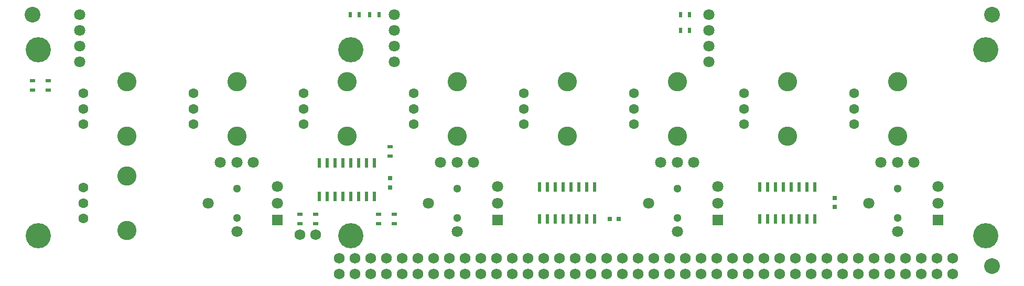
<source format=gbr>
G04 #@! TF.FileFunction,Soldermask,Top*
%FSLAX46Y46*%
G04 Gerber Fmt 4.6, Leading zero omitted, Abs format (unit mm)*
G04 Created by KiCad (PCBNEW 4.0.4-stable) date 06/07/17 13:37:54*
%MOMM*%
%LPD*%
G01*
G04 APERTURE LIST*
%ADD10C,0.100000*%
%ADD11R,0.500000X0.900000*%
%ADD12C,4.064000*%
%ADD13R,1.800000X1.800000*%
%ADD14C,1.800000*%
%ADD15C,1.300000*%
%ADD16C,2.540000*%
%ADD17C,3.100000*%
%ADD18C,1.600000*%
%ADD19R,0.600000X1.500000*%
%ADD20C,1.727200*%
%ADD21R,0.750000X0.800000*%
%ADD22R,0.900000X0.500000*%
%ADD23R,0.550000X1.500000*%
%ADD24R,0.800000X0.750000*%
G04 APERTURE END LIST*
D10*
D11*
X57035000Y45720000D03*
X58535000Y45720000D03*
D12*
X54000000Y10000000D03*
D13*
X77720000Y12540000D03*
D14*
X77720000Y15240000D03*
X77720000Y17915000D03*
X73820000Y21840000D03*
X71120000Y21840000D03*
X68420000Y21840000D03*
X66520000Y15240000D03*
X71120000Y10640000D03*
D15*
X71120000Y17590000D03*
X71120000Y12890000D03*
D16*
X157480000Y45720000D03*
D12*
X156500000Y40000000D03*
X156500000Y10000000D03*
D16*
X157480000Y5080000D03*
X2540000Y45720000D03*
D12*
X3500000Y40000000D03*
D17*
X124460000Y34874200D03*
X124460000Y26085800D03*
D18*
X117449600Y32980000D03*
X117449600Y30480000D03*
X117449600Y27980000D03*
D17*
X106680000Y34874200D03*
X106680000Y26085800D03*
D18*
X99669600Y32980000D03*
X99669600Y30480000D03*
X99669600Y27980000D03*
D17*
X71120000Y34874200D03*
X71120000Y26085800D03*
D18*
X64109600Y32980000D03*
X64109600Y30480000D03*
X64109600Y27980000D03*
D17*
X53340000Y34874200D03*
X53340000Y26085800D03*
D18*
X46329600Y32980000D03*
X46329600Y30480000D03*
X46329600Y27980000D03*
D17*
X35560000Y34874200D03*
X35560000Y26085800D03*
D18*
X28549600Y32980000D03*
X28549600Y30480000D03*
X28549600Y27980000D03*
D17*
X17780000Y34874200D03*
X17780000Y26085800D03*
D18*
X10769600Y32980000D03*
X10769600Y30480000D03*
X10769600Y27980000D03*
D17*
X142240000Y34874200D03*
X142240000Y26085800D03*
D18*
X135229600Y32980000D03*
X135229600Y30480000D03*
X135229600Y27980000D03*
D17*
X88900000Y34874200D03*
X88900000Y26085800D03*
D18*
X81889600Y32980000D03*
X81889600Y30480000D03*
X81889600Y27980000D03*
D12*
X54000000Y40000000D03*
X3500000Y10000000D03*
D19*
X128905000Y12640000D03*
X128905000Y17840000D03*
X127635000Y12640000D03*
X127635000Y17840000D03*
X126365000Y12640000D03*
X126365000Y17840000D03*
X125095000Y12640000D03*
X125095000Y17840000D03*
X123825000Y12640000D03*
X123825000Y17840000D03*
X122555000Y12640000D03*
X122555000Y17840000D03*
X121285000Y12640000D03*
X121285000Y17840000D03*
X120015000Y12640000D03*
X120015000Y17840000D03*
X93345000Y12640000D03*
X93345000Y17840000D03*
X92075000Y12640000D03*
X92075000Y17840000D03*
X90805000Y12640000D03*
X90805000Y17840000D03*
X89535000Y12640000D03*
X89535000Y17840000D03*
X88265000Y12640000D03*
X88265000Y17840000D03*
X86995000Y12640000D03*
X86995000Y17840000D03*
X85725000Y12640000D03*
X85725000Y17840000D03*
X84455000Y12640000D03*
X84455000Y17840000D03*
D13*
X42160000Y12540000D03*
D14*
X42160000Y15240000D03*
X42160000Y17915000D03*
X38260000Y21840000D03*
X35560000Y21840000D03*
X32860000Y21840000D03*
X30960000Y15240000D03*
X35560000Y10640000D03*
D15*
X35560000Y17590000D03*
X35560000Y12890000D03*
D20*
X52070000Y3810000D03*
X54610000Y3810000D03*
X57150000Y3810000D03*
X59690000Y3810000D03*
X62230000Y3810000D03*
X64770000Y3810000D03*
X67310000Y3810000D03*
X69850000Y3810000D03*
X72390000Y3810000D03*
X74930000Y3810000D03*
X77470000Y3810000D03*
X80010000Y3810000D03*
X82550000Y3810000D03*
X85090000Y3810000D03*
X87630000Y3810000D03*
X90170000Y3810000D03*
X92710000Y3810000D03*
X95250000Y3810000D03*
X97790000Y3810000D03*
X100330000Y3810000D03*
X102870000Y3810000D03*
X105410000Y3810000D03*
X107950000Y3810000D03*
X110490000Y3810000D03*
X113030000Y3810000D03*
X115570000Y3810000D03*
X118110000Y3810000D03*
X120650000Y3810000D03*
X123190000Y3810000D03*
X125730000Y3810000D03*
X128270000Y3810000D03*
X130810000Y3810000D03*
X133350000Y3810000D03*
X135890000Y3810000D03*
X138430000Y3810000D03*
X140970000Y3810000D03*
X143510000Y3810000D03*
X146050000Y3810000D03*
X148590000Y3810000D03*
X151130000Y3810000D03*
X59690000Y3810000D03*
X52070000Y3810000D03*
X54610000Y3810000D03*
X57150000Y3810000D03*
X62230000Y3810000D03*
X72390000Y3810000D03*
X64770000Y3810000D03*
X67310000Y3810000D03*
X69850000Y3810000D03*
X74930000Y3810000D03*
X85090000Y3810000D03*
X77470000Y3810000D03*
X80010000Y3810000D03*
X82550000Y3810000D03*
X87630000Y3810000D03*
X97790000Y3810000D03*
X90170000Y3810000D03*
X92710000Y3810000D03*
X95250000Y3810000D03*
X100330000Y3810000D03*
X110490000Y3810000D03*
X102870000Y3810000D03*
X105410000Y3810000D03*
X107950000Y3810000D03*
X113030000Y3810000D03*
X123190000Y3810000D03*
X115570000Y3810000D03*
X118110000Y3810000D03*
X120650000Y3810000D03*
X125730000Y3810000D03*
X135890000Y3810000D03*
X128270000Y3810000D03*
X130810000Y3810000D03*
X133350000Y3810000D03*
X138430000Y3810000D03*
X148590000Y3810000D03*
X140970000Y3810000D03*
X143510000Y3810000D03*
X146050000Y3810000D03*
X151130000Y3810000D03*
X59690000Y3810000D03*
X52070000Y3810000D03*
X54610000Y3810000D03*
X57150000Y3810000D03*
X62230000Y3810000D03*
X72390000Y3810000D03*
X64770000Y3810000D03*
X67310000Y3810000D03*
X69850000Y3810000D03*
X74930000Y3810000D03*
X85090000Y3810000D03*
X77470000Y3810000D03*
X80010000Y3810000D03*
X82550000Y3810000D03*
X87630000Y3810000D03*
X97790000Y3810000D03*
X90170000Y3810000D03*
X92710000Y3810000D03*
X95250000Y3810000D03*
X100330000Y3810000D03*
X110490000Y3810000D03*
X102870000Y3810000D03*
X105410000Y3810000D03*
X107950000Y3810000D03*
X113030000Y3810000D03*
X123190000Y3810000D03*
X115570000Y3810000D03*
X118110000Y3810000D03*
X120650000Y3810000D03*
X125730000Y3810000D03*
X135890000Y3810000D03*
X128270000Y3810000D03*
X130810000Y3810000D03*
X133350000Y3810000D03*
X138430000Y3810000D03*
X148590000Y3810000D03*
X140970000Y3810000D03*
X143510000Y3810000D03*
X146050000Y3810000D03*
X151130000Y3810000D03*
X133350000Y6350000D03*
X133350000Y6350000D03*
X135890000Y6350000D03*
X135890000Y6350000D03*
X133350000Y6350000D03*
X146050000Y6350000D03*
X146050000Y6350000D03*
X148590000Y6350000D03*
X148590000Y6350000D03*
X146050000Y6350000D03*
X128270000Y6350000D03*
X128270000Y6350000D03*
X130810000Y6350000D03*
X128270000Y6350000D03*
X130810000Y6350000D03*
X130810000Y6350000D03*
X140970000Y6350000D03*
X140970000Y6350000D03*
X143510000Y6350000D03*
X140970000Y6350000D03*
X143510000Y6350000D03*
X143510000Y6350000D03*
X135890000Y6350000D03*
X138430000Y6350000D03*
X138430000Y6350000D03*
X138430000Y6350000D03*
X148590000Y6350000D03*
X151130000Y6350000D03*
X151130000Y6350000D03*
X151130000Y6350000D03*
X82550000Y6350000D03*
X82550000Y6350000D03*
X85090000Y6350000D03*
X85090000Y6350000D03*
X82550000Y6350000D03*
X95250000Y6350000D03*
X95250000Y6350000D03*
X97790000Y6350000D03*
X97790000Y6350000D03*
X95250000Y6350000D03*
X77470000Y6350000D03*
X77470000Y6350000D03*
X80010000Y6350000D03*
X77470000Y6350000D03*
X80010000Y6350000D03*
X80010000Y6350000D03*
X90170000Y6350000D03*
X90170000Y6350000D03*
X92710000Y6350000D03*
X90170000Y6350000D03*
X92710000Y6350000D03*
X92710000Y6350000D03*
X85090000Y6350000D03*
X87630000Y6350000D03*
X87630000Y6350000D03*
X87630000Y6350000D03*
X97790000Y6350000D03*
X100330000Y6350000D03*
X100330000Y6350000D03*
X100330000Y6350000D03*
X57150000Y6350000D03*
X57150000Y6350000D03*
X59690000Y6350000D03*
X59690000Y6350000D03*
X57150000Y6350000D03*
X69850000Y6350000D03*
X69850000Y6350000D03*
X72390000Y6350000D03*
X72390000Y6350000D03*
X69850000Y6350000D03*
X52070000Y6350000D03*
X52070000Y6350000D03*
X54610000Y6350000D03*
X52070000Y6350000D03*
X54610000Y6350000D03*
X54610000Y6350000D03*
X64770000Y6350000D03*
X64770000Y6350000D03*
X67310000Y6350000D03*
X64770000Y6350000D03*
X67310000Y6350000D03*
X67310000Y6350000D03*
X59690000Y6350000D03*
X62230000Y6350000D03*
X62230000Y6350000D03*
X62230000Y6350000D03*
X72390000Y6350000D03*
X74930000Y6350000D03*
X74930000Y6350000D03*
X74930000Y6350000D03*
X107950000Y6350000D03*
X107950000Y6350000D03*
X110490000Y6350000D03*
X110490000Y6350000D03*
X107950000Y6350000D03*
X120650000Y6350000D03*
X120650000Y6350000D03*
X123190000Y6350000D03*
X123190000Y6350000D03*
X120650000Y6350000D03*
X102870000Y6350000D03*
X102870000Y6350000D03*
X105410000Y6350000D03*
X102870000Y6350000D03*
X105410000Y6350000D03*
X105410000Y6350000D03*
X115570000Y6350000D03*
X115570000Y6350000D03*
X118110000Y6350000D03*
X115570000Y6350000D03*
X118110000Y6350000D03*
X118110000Y6350000D03*
X110490000Y6350000D03*
X113030000Y6350000D03*
X113030000Y6350000D03*
X113030000Y6350000D03*
X123190000Y6350000D03*
X125730000Y6350000D03*
X125730000Y6350000D03*
X125730000Y6350000D03*
D21*
X60325000Y17792000D03*
X60325000Y19292000D03*
D22*
X5080000Y33540000D03*
X5080000Y35040000D03*
D11*
X55360000Y45720000D03*
X53860000Y45720000D03*
X107200000Y43180000D03*
X108700000Y43180000D03*
D22*
X48260000Y13450000D03*
X48260000Y11950000D03*
X2540000Y33540000D03*
X2540000Y35040000D03*
D11*
X107200000Y45720000D03*
X108700000Y45720000D03*
D22*
X45720000Y13450000D03*
X45720000Y11950000D03*
D23*
X57785000Y16350000D03*
X57785000Y21750000D03*
X56515000Y16350000D03*
X56515000Y21750000D03*
X55245000Y16350000D03*
X55245000Y21750000D03*
X53975000Y16350000D03*
X53975000Y21750000D03*
X52705000Y16350000D03*
X52705000Y21750000D03*
X51435000Y16350000D03*
X51435000Y21750000D03*
X50165000Y16350000D03*
X50165000Y21750000D03*
X48895000Y16350000D03*
X48895000Y21750000D03*
D14*
X10160000Y38100000D03*
X10160000Y40640000D03*
X10160000Y43180000D03*
X10160000Y45720000D03*
X60960000Y38100000D03*
X60960000Y40640000D03*
X60960000Y43180000D03*
X60960000Y45720000D03*
X111760000Y38100000D03*
X111760000Y40640000D03*
X111760000Y43180000D03*
X111760000Y45720000D03*
D22*
X58420000Y11950000D03*
X58420000Y13450000D03*
X60960000Y11950000D03*
X60960000Y13450000D03*
X60325000Y22872000D03*
X60325000Y24372000D03*
D21*
X132080000Y16105000D03*
X132080000Y14605000D03*
D24*
X95770000Y12700000D03*
X97270000Y12700000D03*
D13*
X113280000Y12540000D03*
D14*
X113280000Y15240000D03*
X113280000Y17915000D03*
X109380000Y21840000D03*
X106680000Y21840000D03*
X103980000Y21840000D03*
X102080000Y15240000D03*
X106680000Y10640000D03*
D15*
X106680000Y17590000D03*
X106680000Y12890000D03*
D13*
X148840000Y12540000D03*
D14*
X148840000Y15240000D03*
X148840000Y17915000D03*
X144940000Y21840000D03*
X142240000Y21840000D03*
X139540000Y21840000D03*
X137640000Y15240000D03*
X142240000Y10640000D03*
D15*
X142240000Y17590000D03*
X142240000Y12890000D03*
D17*
X17780000Y19634200D03*
X17780000Y10845800D03*
D18*
X10769600Y17740000D03*
X10769600Y15240000D03*
X10769600Y12740000D03*
D20*
X48260000Y10160000D03*
X45720000Y10160000D03*
M02*

</source>
